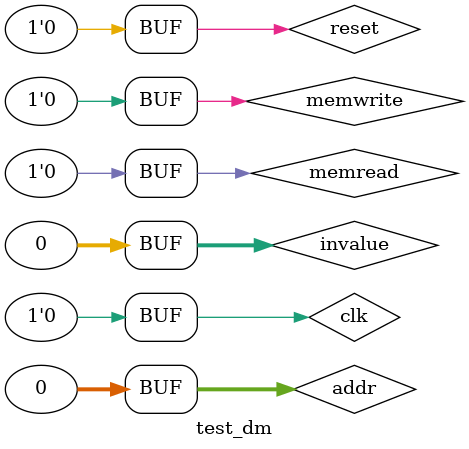
<source format=v>
`timescale 1ns / 1ps


module test_dm;

	// Inputs
	reg [31:0] addr;
	reg [31:0] invalue;
	reg reset;
	reg clk;
	reg memwrite;
	reg memread;

	// Outputs
	wire [31:0] outvalue;

	// Instantiate the Unit Under Test (UUT)
	dm uut (
		.addr(addr), 
		.invalue(invalue), 
		.reset(reset), 
		.clk(clk), 
		.memwrite(memwrite), 
		.memread(memread), 
		.outvalue(outvalue)
	);

	initial begin
		// Initialize Inputs
		addr = 0;
		invalue = 0;
		reset = 0;
		clk = 0;
		memwrite = 0;
		memread = 0;

		// Wait 100 ns for global reset to finish
		#100;
        
		// Add stimulus here

	end
      
endmodule


</source>
